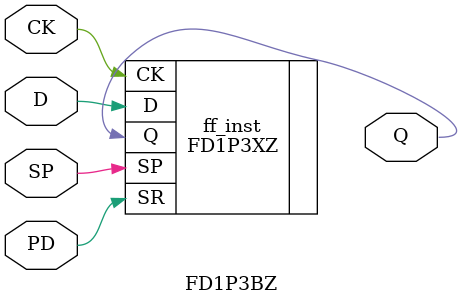
<source format=v>
`timescale 1ns/1ns
module FD1P3BZ(D, CK, SP, PD, Q); // synthesis syn_black_box
    (* \desc = "data in" *)
    input D;
    (* \desc = "clock" *)
    input CK;
    (* \desc = "clock enable, active high" *)
    input SP;
    (* \desc = "preset, active high" *)
    input PD;
    (* \desc = "data out" *)
    output Q;

    FD1P3XZ ff_inst(.D(D), .SP(SP), .SR(PD), .CK(CK), .Q(Q));

    defparam ff_inst.REGSET = "SET";
    defparam ff_inst.SRMODE = "ASYNC";

endmodule

</source>
